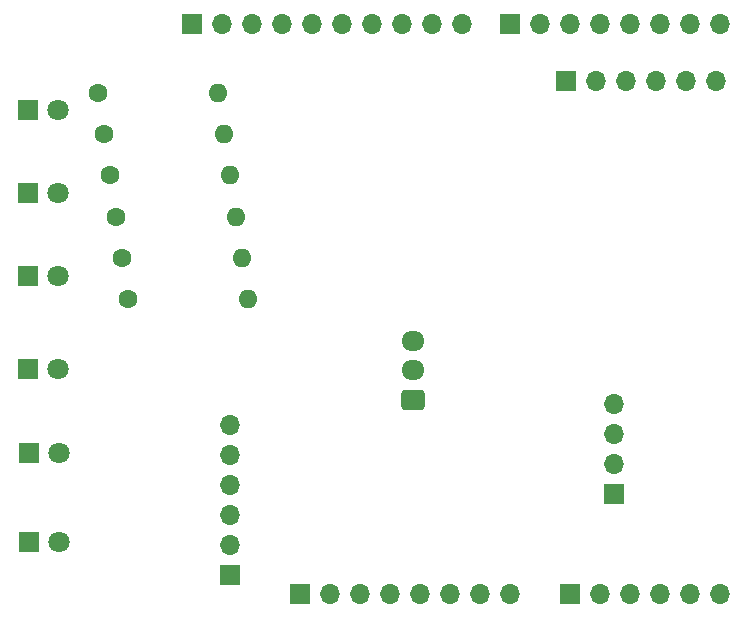
<source format=gbr>
%TF.GenerationSoftware,KiCad,Pcbnew,8.0.8*%
%TF.CreationDate,2025-03-13T13:25:16-06:00*%
%TF.ProjectId,Final_Project-REAL,46696e61-6c5f-4507-926f-6a6563742d52,rev?*%
%TF.SameCoordinates,Original*%
%TF.FileFunction,Soldermask,Bot*%
%TF.FilePolarity,Negative*%
%FSLAX46Y46*%
G04 Gerber Fmt 4.6, Leading zero omitted, Abs format (unit mm)*
G04 Created by KiCad (PCBNEW 8.0.8) date 2025-03-13 13:25:16*
%MOMM*%
%LPD*%
G01*
G04 APERTURE LIST*
G04 Aperture macros list*
%AMRoundRect*
0 Rectangle with rounded corners*
0 $1 Rounding radius*
0 $2 $3 $4 $5 $6 $7 $8 $9 X,Y pos of 4 corners*
0 Add a 4 corners polygon primitive as box body*
4,1,4,$2,$3,$4,$5,$6,$7,$8,$9,$2,$3,0*
0 Add four circle primitives for the rounded corners*
1,1,$1+$1,$2,$3*
1,1,$1+$1,$4,$5*
1,1,$1+$1,$6,$7*
1,1,$1+$1,$8,$9*
0 Add four rect primitives between the rounded corners*
20,1,$1+$1,$2,$3,$4,$5,0*
20,1,$1+$1,$4,$5,$6,$7,0*
20,1,$1+$1,$6,$7,$8,$9,0*
20,1,$1+$1,$8,$9,$2,$3,0*%
G04 Aperture macros list end*
%ADD10R,1.700000X1.700000*%
%ADD11O,1.700000X1.700000*%
%ADD12RoundRect,0.250000X0.725000X-0.600000X0.725000X0.600000X-0.725000X0.600000X-0.725000X-0.600000X0*%
%ADD13O,1.950000X1.700000*%
%ADD14C,1.600000*%
%ADD15O,1.600000X1.600000*%
%ADD16R,1.800000X1.800000*%
%ADD17C,1.800000*%
G04 APERTURE END LIST*
D10*
%TO.C,J1*%
X127940000Y-97460000D03*
D11*
X130480000Y-97460000D03*
X133020000Y-97460000D03*
X135560000Y-97460000D03*
X138100000Y-97460000D03*
X140640000Y-97460000D03*
X143180000Y-97460000D03*
X145720000Y-97460000D03*
%TD*%
D10*
%TO.C,J3*%
X150800000Y-97460000D03*
D11*
X153340000Y-97460000D03*
X155880000Y-97460000D03*
X158420000Y-97460000D03*
X160960000Y-97460000D03*
X163500000Y-97460000D03*
%TD*%
D10*
%TO.C,J2*%
X118796000Y-49200000D03*
D11*
X121336000Y-49200000D03*
X123876000Y-49200000D03*
X126416000Y-49200000D03*
X128956000Y-49200000D03*
X131496000Y-49200000D03*
X134036000Y-49200000D03*
X136576000Y-49200000D03*
X139116000Y-49200000D03*
X141656000Y-49200000D03*
%TD*%
D10*
%TO.C,J4*%
X145720000Y-49200000D03*
D11*
X148260000Y-49200000D03*
X150800000Y-49200000D03*
X153340000Y-49200000D03*
X155880000Y-49200000D03*
X158420000Y-49200000D03*
X160960000Y-49200000D03*
X163500000Y-49200000D03*
%TD*%
D10*
%TO.C,J5*%
X121975000Y-95825000D03*
D11*
X121975000Y-93285000D03*
X121975000Y-90745000D03*
X121975000Y-88205000D03*
X121975000Y-85665000D03*
X121975000Y-83125000D03*
%TD*%
D12*
%TO.C,J6*%
X137500000Y-81000000D03*
D13*
X137500000Y-78500000D03*
X137500000Y-76000000D03*
%TD*%
D14*
%TO.C,R3*%
X112340000Y-65500000D03*
D15*
X122500000Y-65500000D03*
%TD*%
D14*
%TO.C,R1*%
X113340000Y-72500000D03*
D15*
X123500000Y-72500000D03*
%TD*%
D14*
%TO.C,R5*%
X111340000Y-58500000D03*
D15*
X121500000Y-58500000D03*
%TD*%
D16*
%TO.C,D3*%
X104910000Y-78400000D03*
D17*
X107450000Y-78400000D03*
%TD*%
D16*
%TO.C,D2*%
X104960000Y-85500000D03*
D17*
X107500000Y-85500000D03*
%TD*%
D16*
%TO.C,D4*%
X104910000Y-70500000D03*
D17*
X107450000Y-70500000D03*
%TD*%
D10*
%TO.C,J7*%
X154500000Y-89000000D03*
D11*
X154500000Y-86460000D03*
X154500000Y-83920000D03*
X154500000Y-81380000D03*
%TD*%
D14*
%TO.C,R4*%
X111840000Y-62000000D03*
D15*
X122000000Y-62000000D03*
%TD*%
D16*
%TO.C,D5*%
X104910000Y-63500000D03*
D17*
X107450000Y-63500000D03*
%TD*%
D16*
%TO.C,D1*%
X104960000Y-93000000D03*
D17*
X107500000Y-93000000D03*
%TD*%
D14*
%TO.C,R2*%
X112840000Y-69000000D03*
D15*
X123000000Y-69000000D03*
%TD*%
D16*
%TO.C,D6*%
X104910000Y-56500000D03*
D17*
X107450000Y-56500000D03*
%TD*%
D14*
%TO.C,R6*%
X110840000Y-55000000D03*
D15*
X121000000Y-55000000D03*
%TD*%
D10*
%TO.C,J8*%
X150460000Y-54000000D03*
D11*
X153000000Y-54000000D03*
X155540000Y-54000000D03*
X158080000Y-54000000D03*
X160620000Y-54000000D03*
X163160000Y-54000000D03*
%TD*%
M02*

</source>
